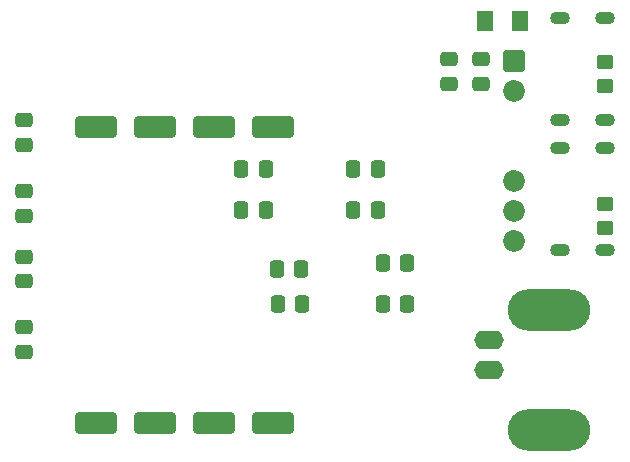
<source format=gbs>
G04 #@! TF.GenerationSoftware,KiCad,Pcbnew,9.0.3*
G04 #@! TF.CreationDate,2025-12-06T19:27:43+01:00*
G04 #@! TF.ProjectId,CheapDiffProbe,43686561-7044-4696-9666-50726f62652e,rev?*
G04 #@! TF.SameCoordinates,Original*
G04 #@! TF.FileFunction,Soldermask,Bot*
G04 #@! TF.FilePolarity,Negative*
%FSLAX46Y46*%
G04 Gerber Fmt 4.6, Leading zero omitted, Abs format (unit mm)*
G04 Created by KiCad (PCBNEW 9.0.3) date 2025-12-06 19:27:43*
%MOMM*%
%LPD*%
G01*
G04 APERTURE LIST*
G04 Aperture macros list*
%AMRoundRect*
0 Rectangle with rounded corners*
0 $1 Rounding radius*
0 $2 $3 $4 $5 $6 $7 $8 $9 X,Y pos of 4 corners*
0 Add a 4 corners polygon primitive as box body*
4,1,4,$2,$3,$4,$5,$6,$7,$8,$9,$2,$3,0*
0 Add four circle primitives for the rounded corners*
1,1,$1+$1,$2,$3*
1,1,$1+$1,$4,$5*
1,1,$1+$1,$6,$7*
1,1,$1+$1,$8,$9*
0 Add four rect primitives between the rounded corners*
20,1,$1+$1,$2,$3,$4,$5,0*
20,1,$1+$1,$4,$5,$6,$7,0*
20,1,$1+$1,$6,$7,$8,$9,0*
20,1,$1+$1,$8,$9,$2,$3,0*%
G04 Aperture macros list end*
%ADD10O,1.700000X1.100000*%
%ADD11RoundRect,0.250000X-1.500000X-0.650000X1.500000X-0.650000X1.500000X0.650000X-1.500000X0.650000X0*%
%ADD12O,2.500000X1.600000*%
%ADD13O,7.000000X3.500000*%
%ADD14RoundRect,0.250000X-0.675000X-0.675000X0.675000X-0.675000X0.675000X0.675000X-0.675000X0.675000X0*%
%ADD15C,1.850000*%
%ADD16RoundRect,0.250000X-0.337500X-0.475000X0.337500X-0.475000X0.337500X0.475000X-0.337500X0.475000X0*%
%ADD17RoundRect,0.250000X0.475000X-0.337500X0.475000X0.337500X-0.475000X0.337500X-0.475000X-0.337500X0*%
%ADD18RoundRect,0.250000X0.337500X0.475000X-0.337500X0.475000X-0.337500X-0.475000X0.337500X-0.475000X0*%
%ADD19RoundRect,0.250000X-0.450000X0.350000X-0.450000X-0.350000X0.450000X-0.350000X0.450000X0.350000X0*%
%ADD20RoundRect,0.250000X-0.475000X0.337500X-0.475000X-0.337500X0.475000X-0.337500X0.475000X0.337500X0*%
%ADD21RoundRect,0.250001X-0.462499X-0.624999X0.462499X-0.624999X0.462499X0.624999X-0.462499X0.624999X0*%
G04 APERTURE END LIST*
D10*
X158450000Y-70890000D03*
X162250000Y-70890000D03*
X158450000Y-62250000D03*
X162250000Y-62250000D03*
D11*
X129100000Y-85500000D03*
X134100000Y-85500000D03*
X119100000Y-85500000D03*
X124100000Y-85500000D03*
X129100000Y-60500000D03*
X134100000Y-60500000D03*
X119100000Y-60500000D03*
X124100000Y-60500000D03*
D12*
X152420000Y-81080000D03*
D13*
X157500000Y-76000000D03*
D12*
X152420000Y-78540000D03*
D13*
X157500000Y-86160000D03*
D10*
X158450000Y-59890000D03*
X162250000Y-59890000D03*
X158450000Y-51250000D03*
X162250000Y-51250000D03*
D14*
X154500000Y-54880000D03*
D15*
X154500000Y-57420000D03*
X154500000Y-65040000D03*
X154500000Y-67580000D03*
X154500000Y-70120000D03*
D16*
X131425000Y-67500000D03*
X133500000Y-67500000D03*
D17*
X113000000Y-79500000D03*
X113000000Y-77425000D03*
D18*
X145500000Y-75500000D03*
X143425000Y-75500000D03*
D16*
X131425000Y-64000000D03*
X133500000Y-64000000D03*
D18*
X143000000Y-67500000D03*
X140925000Y-67500000D03*
X145500000Y-72000000D03*
X143425000Y-72000000D03*
X136500000Y-72500000D03*
X134425000Y-72500000D03*
D19*
X162250000Y-67000000D03*
X162250000Y-69000000D03*
X162250000Y-55000000D03*
X162250000Y-57000000D03*
D20*
X149000000Y-54750000D03*
X149000000Y-56825000D03*
D17*
X113000000Y-62000000D03*
X113000000Y-59925000D03*
X113000000Y-68000000D03*
X113000000Y-65925000D03*
D20*
X151750000Y-54750000D03*
X151750000Y-56825000D03*
D16*
X134500000Y-75500000D03*
X136575000Y-75500000D03*
D21*
X152025000Y-51500000D03*
X155000000Y-51500000D03*
D16*
X140925000Y-64000000D03*
X143000000Y-64000000D03*
D17*
X113000000Y-73537500D03*
X113000000Y-71462500D03*
M02*

</source>
